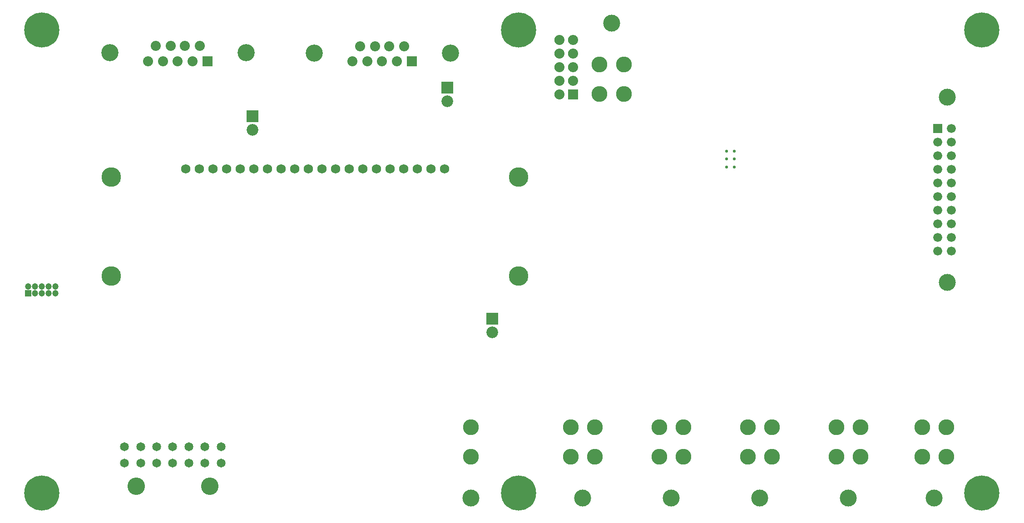
<source format=gbr>
G04 #@! TF.FileFunction,Soldermask,Bot*
%FSLAX46Y46*%
G04 Gerber Fmt 4.6, Leading zero omitted, Abs format (unit mm)*
G04 Created by KiCad (PCBNEW 4.0.2-stable) date 4/21/2016 11:29:13 AM*
%MOMM*%
G01*
G04 APERTURE LIST*
%ADD10C,0.100000*%
%ADD11R,1.202400X1.202400*%
%ADD12C,1.202400*%
%ADD13R,2.184400X2.184400*%
%ADD14O,2.184400X2.184400*%
%ADD15C,1.652400*%
%ADD16C,3.252400*%
%ADD17C,6.552400*%
%ADD18C,0.752400*%
%ADD19C,1.752400*%
%ADD20C,3.652400*%
%ADD21R,1.879600X1.879600*%
%ADD22O,1.879600X1.879600*%
%ADD23C,3.152400*%
%ADD24R,1.676400X1.676400*%
%ADD25C,1.676400*%
%ADD26C,2.952400*%
%ADD27C,3.202400*%
%ADD28R,1.876400X1.876400*%
%ADD29C,1.876400*%
%ADD30C,0.533400*%
G04 APERTURE END LIST*
D10*
D11*
X60960000Y-97409000D03*
D12*
X62230000Y-97409000D03*
X63500000Y-97409000D03*
X64770000Y-97409000D03*
X66040000Y-97409000D03*
X62230000Y-96139000D03*
X63500000Y-96139000D03*
X64770000Y-96139000D03*
X66040000Y-96139000D03*
X60960000Y-96139000D03*
D13*
X147447000Y-102108000D03*
D14*
X147447000Y-104648000D03*
D15*
X96884000Y-129030000D03*
X96884000Y-126030000D03*
X93884000Y-126030000D03*
X93884000Y-129030000D03*
X90884000Y-129030000D03*
X90884000Y-126030000D03*
D16*
X94784000Y-133350000D03*
D15*
X87884000Y-126030000D03*
X87884000Y-129030000D03*
X84884000Y-129030000D03*
X84884000Y-126030000D03*
X81884000Y-126030000D03*
X81884000Y-129030000D03*
X78884000Y-126030000D03*
X78884000Y-129030000D03*
D16*
X81084000Y-133350000D03*
D13*
X102743000Y-64389000D03*
D14*
X102743000Y-66929000D03*
D13*
X139065000Y-59055000D03*
D14*
X139065000Y-61595000D03*
D17*
X63500000Y-48260000D03*
D18*
X65900000Y-48260000D03*
X65197056Y-49957056D03*
X63500000Y-50660000D03*
X61802944Y-49957056D03*
X61100000Y-48260000D03*
X61802944Y-46562944D03*
X63500000Y-45860000D03*
X65197056Y-46562944D03*
D17*
X63500000Y-134620000D03*
D18*
X65900000Y-134620000D03*
X65197056Y-136317056D03*
X63500000Y-137020000D03*
X61802944Y-136317056D03*
X61100000Y-134620000D03*
X61802944Y-132922944D03*
X63500000Y-132220000D03*
X65197056Y-132922944D03*
D17*
X152400000Y-134620000D03*
D18*
X154800000Y-134620000D03*
X154097056Y-136317056D03*
X152400000Y-137020000D03*
X150702944Y-136317056D03*
X150000000Y-134620000D03*
X150702944Y-132922944D03*
X152400000Y-132220000D03*
X154097056Y-132922944D03*
D17*
X238760000Y-134620000D03*
D18*
X241160000Y-134620000D03*
X240457056Y-136317056D03*
X238760000Y-137020000D03*
X237062944Y-136317056D03*
X236360000Y-134620000D03*
X237062944Y-132922944D03*
X238760000Y-132220000D03*
X240457056Y-132922944D03*
D17*
X238760000Y-48260000D03*
D18*
X241160000Y-48260000D03*
X240457056Y-49957056D03*
X238760000Y-50660000D03*
X237062944Y-49957056D03*
X236360000Y-48260000D03*
X237062944Y-46562944D03*
X238760000Y-45860000D03*
X240457056Y-46562944D03*
D17*
X152400000Y-48260000D03*
D18*
X154800000Y-48260000D03*
X154097056Y-49957056D03*
X152400000Y-50660000D03*
X150702944Y-49957056D03*
X150000000Y-48260000D03*
X150702944Y-46562944D03*
X152400000Y-45860000D03*
X154097056Y-46562944D03*
D19*
X90270000Y-74192000D03*
X92810000Y-74192000D03*
X95350000Y-74192000D03*
X97890000Y-74192000D03*
X100430000Y-74192000D03*
X102970000Y-74192000D03*
X105510000Y-74192000D03*
X108050000Y-74192000D03*
X110590000Y-74192000D03*
X113130000Y-74192000D03*
X115670000Y-74192000D03*
X118210000Y-74192000D03*
X120750000Y-74192000D03*
X123290000Y-74192000D03*
X125830000Y-74192000D03*
X128370000Y-74192000D03*
X130910000Y-74192000D03*
X133450000Y-74192000D03*
X135990000Y-74192000D03*
X138530000Y-74192000D03*
D20*
X76400000Y-75692000D03*
X152400000Y-75692000D03*
X76400000Y-94192000D03*
X152400000Y-94192000D03*
D21*
X162560000Y-60325000D03*
D22*
X160020000Y-60325000D03*
X162560000Y-57785000D03*
X160020000Y-57785000D03*
X162560000Y-55245000D03*
X160020000Y-55245000D03*
X162560000Y-52705000D03*
X160020000Y-52705000D03*
X162560000Y-50165000D03*
X160020000Y-50165000D03*
D23*
X232308400Y-60833000D03*
D24*
X230505000Y-66675000D03*
D25*
X233045000Y-66675000D03*
X230505000Y-69215000D03*
X233045000Y-69215000D03*
X230505000Y-71755000D03*
X233045000Y-71755000D03*
X230505000Y-74295000D03*
X233045000Y-74295000D03*
X230505000Y-76835000D03*
X233045000Y-76835000D03*
X230505000Y-79375000D03*
X233045000Y-79375000D03*
X230505000Y-81915000D03*
X233045000Y-81915000D03*
X230505000Y-84455000D03*
X233045000Y-84455000D03*
X230505000Y-86995000D03*
X233045000Y-86995000D03*
X230505000Y-89535000D03*
X233045000Y-89535000D03*
D23*
X232308400Y-95377000D03*
D26*
X171970000Y-60240000D03*
X171970000Y-54740000D03*
X167470000Y-60240000D03*
X167470000Y-54740000D03*
D23*
X169720000Y-46990000D03*
D26*
X143510000Y-122345000D03*
X143510000Y-127845000D03*
D23*
X143510000Y-135595000D03*
D26*
X162064000Y-122345000D03*
X162064000Y-127845000D03*
X166564000Y-122345000D03*
X166564000Y-127845000D03*
D23*
X164314000Y-135595000D03*
D26*
X211594000Y-122345000D03*
X211594000Y-127845000D03*
X216094000Y-122345000D03*
X216094000Y-127845000D03*
D23*
X213844000Y-135595000D03*
D26*
X178574000Y-122345000D03*
X178574000Y-127845000D03*
X183074000Y-122345000D03*
X183074000Y-127845000D03*
D23*
X180824000Y-135595000D03*
D26*
X195084000Y-122345000D03*
X195084000Y-127845000D03*
X199584000Y-122345000D03*
X199584000Y-127845000D03*
D23*
X197334000Y-135595000D03*
D26*
X227620000Y-122345000D03*
X227620000Y-127845000D03*
X232120000Y-122345000D03*
X232120000Y-127845000D03*
D23*
X229870000Y-135595000D03*
D27*
X139700000Y-52578000D03*
X114300000Y-52578000D03*
D28*
X132461000Y-54142400D03*
D29*
X129667000Y-54142400D03*
X126873000Y-54142400D03*
X124206000Y-54142400D03*
X121412000Y-54142400D03*
X122809000Y-51308000D03*
X125603000Y-51308000D03*
X128270000Y-51308000D03*
X131064000Y-51308000D03*
D27*
X101600000Y-52537600D03*
X76200000Y-52537600D03*
D28*
X94361000Y-54102000D03*
D29*
X91567000Y-54102000D03*
X88773000Y-54102000D03*
X86106000Y-54102000D03*
X83312000Y-54102000D03*
X84709000Y-51267600D03*
X87503000Y-51267600D03*
X90170000Y-51267600D03*
X92964000Y-51267600D03*
D30*
X191111000Y-70846400D03*
X192611000Y-70846400D03*
X191111000Y-72346400D03*
X192611000Y-72346400D03*
X191111000Y-73846400D03*
X192611000Y-73846400D03*
M02*

</source>
